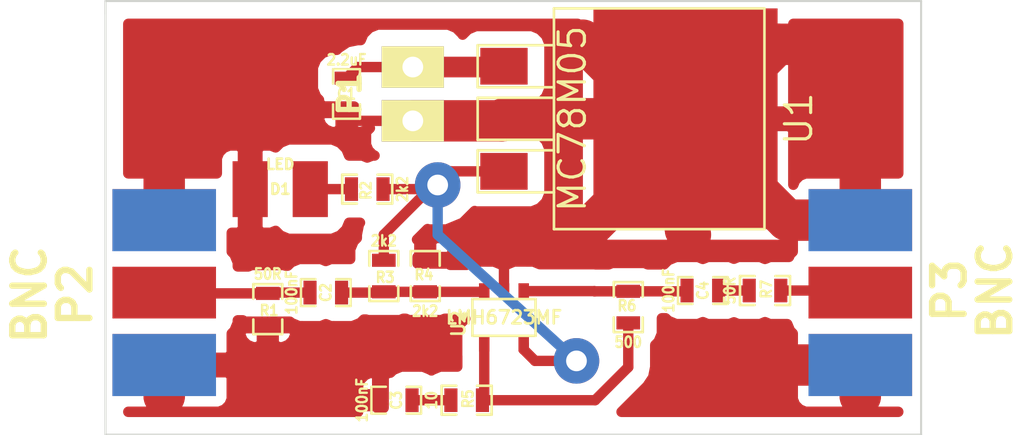
<source format=kicad_pcb>
(kicad_pcb (version 3) (host pcbnew "(2013-may-18)-stable")

  (general
    (links 34)
    (no_connects 2)
    (area 96.1316 65.802688 145.0684 88.315001)
    (thickness 1.6)
    (drawings 6)
    (tracks 72)
    (zones 0)
    (modules 17)
    (nets 12)
  )

  (page A3)
  (layers
    (15 F.Cu signal)
    (0 B.Cu signal)
    (16 B.Adhes user)
    (17 F.Adhes user)
    (18 B.Paste user)
    (19 F.Paste user)
    (20 B.SilkS user)
    (21 F.SilkS user)
    (22 B.Mask user)
    (23 F.Mask user)
    (24 Dwgs.User user)
    (25 Cmts.User user)
    (26 Eco1.User user)
    (27 Eco2.User user)
    (28 Edge.Cuts user)
  )

  (setup
    (last_trace_width 0.254)
    (user_trace_width 0.3)
    (user_trace_width 0.5)
    (user_trace_width 0.8)
    (user_trace_width 1)
    (user_trace_width 2)
    (trace_clearance 0.254)
    (zone_clearance 0.8)
    (zone_45_only yes)
    (trace_min 0.254)
    (segment_width 0.2)
    (edge_width 0.1)
    (via_size 0.889)
    (via_drill 0.635)
    (via_min_size 0.889)
    (via_min_drill 0.508)
    (user_via 2.2 1)
    (uvia_size 0.508)
    (uvia_drill 0.127)
    (uvias_allowed no)
    (uvia_min_size 0.508)
    (uvia_min_drill 0.127)
    (pcb_text_width 0.3)
    (pcb_text_size 1.5 1.5)
    (mod_edge_width 0.15)
    (mod_text_size 1 1)
    (mod_text_width 0.15)
    (pad_size 1.5 1.5)
    (pad_drill 0.6)
    (pad_to_mask_clearance 0)
    (aux_axis_origin 0 0)
    (visible_elements FFFFFFBF)
    (pcbplotparams
      (layerselection 3178497)
      (usegerberextensions false)
      (excludeedgelayer true)
      (linewidth 0.150000)
      (plotframeref false)
      (viasonmask false)
      (mode 1)
      (useauxorigin false)
      (hpglpennumber 1)
      (hpglpenspeed 20)
      (hpglpendiameter 15)
      (hpglpenoverlay 2)
      (psnegative false)
      (psa4output false)
      (plotreference true)
      (plotvalue true)
      (plotothertext true)
      (plotinvisibletext false)
      (padsonsilk false)
      (subtractmaskfromsilk false)
      (outputformat 2)
      (mirror true)
      (drillshape 2)
      (scaleselection 1)
      (outputdirectory /tmp))
  )

  (net 0 "")
  (net 1 GND)
  (net 2 N-0000010)
  (net 3 N-0000011)
  (net 4 N-000004)
  (net 5 N-000005)
  (net 6 N-000006)
  (net 7 N-000007)
  (net 8 N-000008)
  (net 9 N-000009)
  (net 10 VCC)
  (net 11 VDD)

  (net_class Default "This is the default net class."
    (clearance 0.254)
    (trace_width 0.254)
    (via_dia 0.889)
    (via_drill 0.635)
    (uvia_dia 0.508)
    (uvia_drill 0.127)
    (add_net "")
    (add_net GND)
    (add_net N-0000010)
    (add_net N-0000011)
    (add_net N-000004)
    (add_net N-000005)
    (add_net N-000006)
    (add_net N-000007)
    (add_net N-000008)
    (add_net N-000009)
    (add_net VCC)
    (add_net VDD)
  )

  (module Vishay_LED (layer F.Cu) (tedit 50B54A6C) (tstamp 53D3A8DC)
    (at 109.4 76.4 180)
    (path /53D3A92E)
    (fp_text reference D1 (at 0 0 180) (layer F.SilkS)
      (effects (font (size 0.50038 0.50038) (thickness 0.12446)))
    )
    (fp_text value LED (at 0 1.19888 180) (layer F.SilkS)
      (effects (font (size 0.50038 0.50038) (thickness 0.12446)))
    )
    (pad 1 smd rect (at -1.45034 0 180) (size 1.69926 2.70002)
      (layers F.Cu F.Paste F.Mask)
      (net 6 N-000006)
    )
    (pad 2 smd rect (at 1.45034 0 180) (size 1.69926 2.70002)
      (layers F.Cu F.Paste F.Mask)
      (net 1 GND)
    )
  )

  (module SMA_SIDE (layer F.Cu) (tedit 53CD5082) (tstamp 53D3A8F1)
    (at 137.4 81.4 90)
    (path /53D39F3B)
    (fp_text reference P3 (at 0.1 4.3 90) (layer F.SilkS)
      (effects (font (size 1.524 1.524) (thickness 0.3048)))
    )
    (fp_text value BNC (at 0.1 6.5 90) (layer F.SilkS)
      (effects (font (size 1.524 1.524) (thickness 0.3048)))
    )
    (pad 1 smd rect (at 0 0 90) (size 2.5 5)
      (layers F.Cu F.Paste F.Mask)
      (net 5 N-000005)
    )
    (pad 2 smd rect (at -3.5 0 90) (size 3 5)
      (layers B.Cu F.Paste F.Mask)
      (net 1 GND)
    )
    (pad 2 smd rect (at 3.5 0 90) (size 3 5)
      (layers F.Cu F.Paste F.Mask)
      (net 1 GND)
    )
    (pad 2 smd rect (at 3.5 0 90) (size 3 5)
      (layers B.Cu F.Paste F.Mask)
      (net 1 GND)
    )
    (pad 2 smd rect (at -3.5 0 90) (size 3 5)
      (layers F.Cu F.Paste F.Mask)
      (net 1 GND)
    )
  )

  (module SMA_SIDE (layer F.Cu) (tedit 53CD5082) (tstamp 53D3A8FA)
    (at 103.8 81.4 270)
    (path /53D39F2C)
    (fp_text reference P2 (at 0.1 4.3 270) (layer F.SilkS)
      (effects (font (size 1.524 1.524) (thickness 0.3048)))
    )
    (fp_text value BNC (at 0.1 6.5 270) (layer F.SilkS)
      (effects (font (size 1.524 1.524) (thickness 0.3048)))
    )
    (pad 1 smd rect (at 0 0 270) (size 2.5 5)
      (layers F.Cu F.Paste F.Mask)
      (net 2 N-0000010)
    )
    (pad 2 smd rect (at -3.5 0 270) (size 3 5)
      (layers B.Cu F.Paste F.Mask)
      (net 1 GND)
    )
    (pad 2 smd rect (at 3.5 0 270) (size 3 5)
      (layers F.Cu F.Paste F.Mask)
      (net 1 GND)
    )
    (pad 2 smd rect (at 3.5 0 270) (size 3 5)
      (layers B.Cu F.Paste F.Mask)
      (net 1 GND)
    )
    (pad 2 smd rect (at -3.5 0 270) (size 3 5)
      (layers F.Cu F.Paste F.Mask)
      (net 1 GND)
    )
  )

  (module SM0603_Resistor (layer F.Cu) (tedit 5051B21B) (tstamp 53D3A906)
    (at 126.2 82.1 90)
    (path /53D3A2F4)
    (attr smd)
    (fp_text reference R6 (at 0.0635 -0.0635 180) (layer F.SilkS)
      (effects (font (size 0.50038 0.4572) (thickness 0.1143)))
    )
    (fp_text value 500 (at -1.69926 0 180) (layer F.SilkS)
      (effects (font (size 0.508 0.4572) (thickness 0.1143)))
    )
    (fp_line (start -0.50038 -0.6985) (end -1.2065 -0.6985) (layer F.SilkS) (width 0.127))
    (fp_line (start -1.2065 -0.6985) (end -1.2065 0.6985) (layer F.SilkS) (width 0.127))
    (fp_line (start -1.2065 0.6985) (end -0.50038 0.6985) (layer F.SilkS) (width 0.127))
    (fp_line (start 1.2065 -0.6985) (end 0.50038 -0.6985) (layer F.SilkS) (width 0.127))
    (fp_line (start 1.2065 -0.6985) (end 1.2065 0.6985) (layer F.SilkS) (width 0.127))
    (fp_line (start 1.2065 0.6985) (end 0.50038 0.6985) (layer F.SilkS) (width 0.127))
    (pad 1 smd rect (at -0.762 0 90) (size 0.635 1.143)
      (layers F.Cu F.Paste F.Mask)
      (net 8 N-000008)
    )
    (pad 2 smd rect (at 0.762 0 90) (size 0.635 1.143)
      (layers F.Cu F.Paste F.Mask)
      (net 9 N-000009)
    )
    (model smd\resistors\R0603.wrl
      (at (xyz 0 0 0.001))
      (scale (xyz 0.5 0.5 0.5))
      (rotate (xyz 0 0 0))
    )
  )

  (module SM0603_Resistor (layer F.Cu) (tedit 5051B21B) (tstamp 53D3A912)
    (at 118.4 86.6)
    (path /53D3A30F)
    (attr smd)
    (fp_text reference R5 (at 0.0635 -0.0635 90) (layer F.SilkS)
      (effects (font (size 0.50038 0.4572) (thickness 0.1143)))
    )
    (fp_text value 10 (at -1.69926 0 90) (layer F.SilkS)
      (effects (font (size 0.508 0.4572) (thickness 0.1143)))
    )
    (fp_line (start -0.50038 -0.6985) (end -1.2065 -0.6985) (layer F.SilkS) (width 0.127))
    (fp_line (start -1.2065 -0.6985) (end -1.2065 0.6985) (layer F.SilkS) (width 0.127))
    (fp_line (start -1.2065 0.6985) (end -0.50038 0.6985) (layer F.SilkS) (width 0.127))
    (fp_line (start 1.2065 -0.6985) (end 0.50038 -0.6985) (layer F.SilkS) (width 0.127))
    (fp_line (start 1.2065 -0.6985) (end 1.2065 0.6985) (layer F.SilkS) (width 0.127))
    (fp_line (start 1.2065 0.6985) (end 0.50038 0.6985) (layer F.SilkS) (width 0.127))
    (pad 1 smd rect (at -0.762 0) (size 0.635 1.143)
      (layers F.Cu F.Paste F.Mask)
      (net 7 N-000007)
    )
    (pad 2 smd rect (at 0.762 0) (size 0.635 1.143)
      (layers F.Cu F.Paste F.Mask)
      (net 8 N-000008)
    )
    (model smd\resistors\R0603.wrl
      (at (xyz 0 0 0.001))
      (scale (xyz 0.5 0.5 0.5))
      (rotate (xyz 0 0 0))
    )
  )

  (module SM0603_Resistor (layer F.Cu) (tedit 5051B21B) (tstamp 53D3A91E)
    (at 114.4 80.6 270)
    (path /53D3A42C)
    (attr smd)
    (fp_text reference R3 (at 0.0635 -0.0635 360) (layer F.SilkS)
      (effects (font (size 0.50038 0.4572) (thickness 0.1143)))
    )
    (fp_text value 2k2 (at -1.69926 0 360) (layer F.SilkS)
      (effects (font (size 0.508 0.4572) (thickness 0.1143)))
    )
    (fp_line (start -0.50038 -0.6985) (end -1.2065 -0.6985) (layer F.SilkS) (width 0.127))
    (fp_line (start -1.2065 -0.6985) (end -1.2065 0.6985) (layer F.SilkS) (width 0.127))
    (fp_line (start -1.2065 0.6985) (end -0.50038 0.6985) (layer F.SilkS) (width 0.127))
    (fp_line (start 1.2065 -0.6985) (end 0.50038 -0.6985) (layer F.SilkS) (width 0.127))
    (fp_line (start 1.2065 -0.6985) (end 1.2065 0.6985) (layer F.SilkS) (width 0.127))
    (fp_line (start 1.2065 0.6985) (end 0.50038 0.6985) (layer F.SilkS) (width 0.127))
    (pad 1 smd rect (at -0.762 0 270) (size 0.635 1.143)
      (layers F.Cu F.Paste F.Mask)
      (net 11 VDD)
    )
    (pad 2 smd rect (at 0.762 0 270) (size 0.635 1.143)
      (layers F.Cu F.Paste F.Mask)
      (net 3 N-0000011)
    )
    (model smd\resistors\R0603.wrl
      (at (xyz 0 0 0.001))
      (scale (xyz 0.5 0.5 0.5))
      (rotate (xyz 0 0 0))
    )
  )

  (module SM0603_Resistor (layer F.Cu) (tedit 5051B21B) (tstamp 53D3A92A)
    (at 116.4 80.6 90)
    (path /53D3A43B)
    (attr smd)
    (fp_text reference R4 (at 0.0635 -0.0635 180) (layer F.SilkS)
      (effects (font (size 0.50038 0.4572) (thickness 0.1143)))
    )
    (fp_text value 2k2 (at -1.69926 0 180) (layer F.SilkS)
      (effects (font (size 0.508 0.4572) (thickness 0.1143)))
    )
    (fp_line (start -0.50038 -0.6985) (end -1.2065 -0.6985) (layer F.SilkS) (width 0.127))
    (fp_line (start -1.2065 -0.6985) (end -1.2065 0.6985) (layer F.SilkS) (width 0.127))
    (fp_line (start -1.2065 0.6985) (end -0.50038 0.6985) (layer F.SilkS) (width 0.127))
    (fp_line (start 1.2065 -0.6985) (end 0.50038 -0.6985) (layer F.SilkS) (width 0.127))
    (fp_line (start 1.2065 -0.6985) (end 1.2065 0.6985) (layer F.SilkS) (width 0.127))
    (fp_line (start 1.2065 0.6985) (end 0.50038 0.6985) (layer F.SilkS) (width 0.127))
    (pad 1 smd rect (at -0.762 0 90) (size 0.635 1.143)
      (layers F.Cu F.Paste F.Mask)
      (net 3 N-0000011)
    )
    (pad 2 smd rect (at 0.762 0 90) (size 0.635 1.143)
      (layers F.Cu F.Paste F.Mask)
      (net 1 GND)
    )
    (model smd\resistors\R0603.wrl
      (at (xyz 0 0 0.001))
      (scale (xyz 0.5 0.5 0.5))
      (rotate (xyz 0 0 0))
    )
  )

  (module SM0603_Resistor (layer F.Cu) (tedit 5051B21B) (tstamp 53D3A936)
    (at 108.8 82.2 270)
    (path /53D3A556)
    (attr smd)
    (fp_text reference R1 (at 0.0635 -0.0635 360) (layer F.SilkS)
      (effects (font (size 0.50038 0.4572) (thickness 0.1143)))
    )
    (fp_text value 50R (at -1.69926 0 360) (layer F.SilkS)
      (effects (font (size 0.508 0.4572) (thickness 0.1143)))
    )
    (fp_line (start -0.50038 -0.6985) (end -1.2065 -0.6985) (layer F.SilkS) (width 0.127))
    (fp_line (start -1.2065 -0.6985) (end -1.2065 0.6985) (layer F.SilkS) (width 0.127))
    (fp_line (start -1.2065 0.6985) (end -0.50038 0.6985) (layer F.SilkS) (width 0.127))
    (fp_line (start 1.2065 -0.6985) (end 0.50038 -0.6985) (layer F.SilkS) (width 0.127))
    (fp_line (start 1.2065 -0.6985) (end 1.2065 0.6985) (layer F.SilkS) (width 0.127))
    (fp_line (start 1.2065 0.6985) (end 0.50038 0.6985) (layer F.SilkS) (width 0.127))
    (pad 1 smd rect (at -0.762 0 270) (size 0.635 1.143)
      (layers F.Cu F.Paste F.Mask)
      (net 2 N-0000010)
    )
    (pad 2 smd rect (at 0.762 0 270) (size 0.635 1.143)
      (layers F.Cu F.Paste F.Mask)
      (net 1 GND)
    )
    (model smd\resistors\R0603.wrl
      (at (xyz 0 0 0.001))
      (scale (xyz 0.5 0.5 0.5))
      (rotate (xyz 0 0 0))
    )
  )

  (module SM0603_Resistor (layer F.Cu) (tedit 5051B21B) (tstamp 53D3A942)
    (at 132.8 81.3)
    (path /53D3A658)
    (attr smd)
    (fp_text reference R7 (at 0.0635 -0.0635 90) (layer F.SilkS)
      (effects (font (size 0.50038 0.4572) (thickness 0.1143)))
    )
    (fp_text value 50R (at -1.69926 0 90) (layer F.SilkS)
      (effects (font (size 0.508 0.4572) (thickness 0.1143)))
    )
    (fp_line (start -0.50038 -0.6985) (end -1.2065 -0.6985) (layer F.SilkS) (width 0.127))
    (fp_line (start -1.2065 -0.6985) (end -1.2065 0.6985) (layer F.SilkS) (width 0.127))
    (fp_line (start -1.2065 0.6985) (end -0.50038 0.6985) (layer F.SilkS) (width 0.127))
    (fp_line (start 1.2065 -0.6985) (end 0.50038 -0.6985) (layer F.SilkS) (width 0.127))
    (fp_line (start 1.2065 -0.6985) (end 1.2065 0.6985) (layer F.SilkS) (width 0.127))
    (fp_line (start 1.2065 0.6985) (end 0.50038 0.6985) (layer F.SilkS) (width 0.127))
    (pad 1 smd rect (at -0.762 0) (size 0.635 1.143)
      (layers F.Cu F.Paste F.Mask)
      (net 4 N-000004)
    )
    (pad 2 smd rect (at 0.762 0) (size 0.635 1.143)
      (layers F.Cu F.Paste F.Mask)
      (net 5 N-000005)
    )
    (model smd\resistors\R0603.wrl
      (at (xyz 0 0 0.001))
      (scale (xyz 0.5 0.5 0.5))
      (rotate (xyz 0 0 0))
    )
  )

  (module SM0603_Resistor (layer F.Cu) (tedit 5051B21B) (tstamp 53D3A94E)
    (at 113.6 76.4 180)
    (path /53D3A91F)
    (attr smd)
    (fp_text reference R2 (at 0.0635 -0.0635 270) (layer F.SilkS)
      (effects (font (size 0.50038 0.4572) (thickness 0.1143)))
    )
    (fp_text value 2k2 (at -1.69926 0 270) (layer F.SilkS)
      (effects (font (size 0.508 0.4572) (thickness 0.1143)))
    )
    (fp_line (start -0.50038 -0.6985) (end -1.2065 -0.6985) (layer F.SilkS) (width 0.127))
    (fp_line (start -1.2065 -0.6985) (end -1.2065 0.6985) (layer F.SilkS) (width 0.127))
    (fp_line (start -1.2065 0.6985) (end -0.50038 0.6985) (layer F.SilkS) (width 0.127))
    (fp_line (start 1.2065 -0.6985) (end 0.50038 -0.6985) (layer F.SilkS) (width 0.127))
    (fp_line (start 1.2065 -0.6985) (end 1.2065 0.6985) (layer F.SilkS) (width 0.127))
    (fp_line (start 1.2065 0.6985) (end 0.50038 0.6985) (layer F.SilkS) (width 0.127))
    (pad 1 smd rect (at -0.762 0 180) (size 0.635 1.143)
      (layers F.Cu F.Paste F.Mask)
      (net 11 VDD)
    )
    (pad 2 smd rect (at 0.762 0 180) (size 0.635 1.143)
      (layers F.Cu F.Paste F.Mask)
      (net 6 N-000006)
    )
    (model smd\resistors\R0603.wrl
      (at (xyz 0 0 0.001))
      (scale (xyz 0.5 0.5 0.5))
      (rotate (xyz 0 0 0))
    )
  )

  (module SM0603_Capa (layer F.Cu) (tedit 5051B1EC) (tstamp 53D3A95A)
    (at 115 86.6)
    (path /53D3A31E)
    (attr smd)
    (fp_text reference C3 (at 0 0 90) (layer F.SilkS)
      (effects (font (size 0.508 0.4572) (thickness 0.1143)))
    )
    (fp_text value 100nF (at -1.651 0 90) (layer F.SilkS)
      (effects (font (size 0.508 0.4572) (thickness 0.1143)))
    )
    (fp_line (start 0.50038 0.65024) (end 1.19888 0.65024) (layer F.SilkS) (width 0.11938))
    (fp_line (start -0.50038 0.65024) (end -1.19888 0.65024) (layer F.SilkS) (width 0.11938))
    (fp_line (start 0.50038 -0.65024) (end 1.19888 -0.65024) (layer F.SilkS) (width 0.11938))
    (fp_line (start -1.19888 -0.65024) (end -0.50038 -0.65024) (layer F.SilkS) (width 0.11938))
    (fp_line (start 1.19888 -0.635) (end 1.19888 0.635) (layer F.SilkS) (width 0.11938))
    (fp_line (start -1.19888 0.635) (end -1.19888 -0.635) (layer F.SilkS) (width 0.11938))
    (pad 1 smd rect (at -0.762 0) (size 0.635 1.143)
      (layers F.Cu F.Paste F.Mask)
      (net 1 GND)
    )
    (pad 2 smd rect (at 0.762 0) (size 0.635 1.143)
      (layers F.Cu F.Paste F.Mask)
      (net 7 N-000007)
    )
    (model smd\capacitors\C0603.wrl
      (at (xyz 0 0 0.001))
      (scale (xyz 0.5 0.5 0.5))
      (rotate (xyz 0 0 0))
    )
  )

  (module SM0603_Capa (layer F.Cu) (tedit 5051B1EC) (tstamp 53D3A966)
    (at 111.6 81.4)
    (path /53D3A51E)
    (attr smd)
    (fp_text reference C2 (at 0 0 90) (layer F.SilkS)
      (effects (font (size 0.508 0.4572) (thickness 0.1143)))
    )
    (fp_text value 100nF (at -1.651 0 90) (layer F.SilkS)
      (effects (font (size 0.508 0.4572) (thickness 0.1143)))
    )
    (fp_line (start 0.50038 0.65024) (end 1.19888 0.65024) (layer F.SilkS) (width 0.11938))
    (fp_line (start -0.50038 0.65024) (end -1.19888 0.65024) (layer F.SilkS) (width 0.11938))
    (fp_line (start 0.50038 -0.65024) (end 1.19888 -0.65024) (layer F.SilkS) (width 0.11938))
    (fp_line (start -1.19888 -0.65024) (end -0.50038 -0.65024) (layer F.SilkS) (width 0.11938))
    (fp_line (start 1.19888 -0.635) (end 1.19888 0.635) (layer F.SilkS) (width 0.11938))
    (fp_line (start -1.19888 0.635) (end -1.19888 -0.635) (layer F.SilkS) (width 0.11938))
    (pad 1 smd rect (at -0.762 0) (size 0.635 1.143)
      (layers F.Cu F.Paste F.Mask)
      (net 2 N-0000010)
    )
    (pad 2 smd rect (at 0.762 0) (size 0.635 1.143)
      (layers F.Cu F.Paste F.Mask)
      (net 3 N-0000011)
    )
    (model smd\capacitors\C0603.wrl
      (at (xyz 0 0 0.001))
      (scale (xyz 0.5 0.5 0.5))
      (rotate (xyz 0 0 0))
    )
  )

  (module SM0603_Capa (layer F.Cu) (tedit 5051B1EC) (tstamp 53D3A972)
    (at 129.8 81.3)
    (path /53D3A649)
    (attr smd)
    (fp_text reference C4 (at 0 0 90) (layer F.SilkS)
      (effects (font (size 0.508 0.4572) (thickness 0.1143)))
    )
    (fp_text value 100nF (at -1.651 0 90) (layer F.SilkS)
      (effects (font (size 0.508 0.4572) (thickness 0.1143)))
    )
    (fp_line (start 0.50038 0.65024) (end 1.19888 0.65024) (layer F.SilkS) (width 0.11938))
    (fp_line (start -0.50038 0.65024) (end -1.19888 0.65024) (layer F.SilkS) (width 0.11938))
    (fp_line (start 0.50038 -0.65024) (end 1.19888 -0.65024) (layer F.SilkS) (width 0.11938))
    (fp_line (start -1.19888 -0.65024) (end -0.50038 -0.65024) (layer F.SilkS) (width 0.11938))
    (fp_line (start 1.19888 -0.635) (end 1.19888 0.635) (layer F.SilkS) (width 0.11938))
    (fp_line (start -1.19888 0.635) (end -1.19888 -0.635) (layer F.SilkS) (width 0.11938))
    (pad 1 smd rect (at -0.762 0) (size 0.635 1.143)
      (layers F.Cu F.Paste F.Mask)
      (net 9 N-000009)
    )
    (pad 2 smd rect (at 0.762 0) (size 0.635 1.143)
      (layers F.Cu F.Paste F.Mask)
      (net 4 N-000004)
    )
    (model smd\capacitors\C0603.wrl
      (at (xyz 0 0 0.001))
      (scale (xyz 0.5 0.5 0.5))
      (rotate (xyz 0 0 0))
    )
  )

  (module SM0603_Capa (layer F.Cu) (tedit 5051B1EC) (tstamp 53D3A97E)
    (at 112.6 71.8 270)
    (path /53D3A814)
    (attr smd)
    (fp_text reference C1 (at 0 0 360) (layer F.SilkS)
      (effects (font (size 0.508 0.4572) (thickness 0.1143)))
    )
    (fp_text value 2.2uF (at -1.651 0 360) (layer F.SilkS)
      (effects (font (size 0.508 0.4572) (thickness 0.1143)))
    )
    (fp_line (start 0.50038 0.65024) (end 1.19888 0.65024) (layer F.SilkS) (width 0.11938))
    (fp_line (start -0.50038 0.65024) (end -1.19888 0.65024) (layer F.SilkS) (width 0.11938))
    (fp_line (start 0.50038 -0.65024) (end 1.19888 -0.65024) (layer F.SilkS) (width 0.11938))
    (fp_line (start -1.19888 -0.65024) (end -0.50038 -0.65024) (layer F.SilkS) (width 0.11938))
    (fp_line (start 1.19888 -0.635) (end 1.19888 0.635) (layer F.SilkS) (width 0.11938))
    (fp_line (start -1.19888 0.635) (end -1.19888 -0.635) (layer F.SilkS) (width 0.11938))
    (pad 1 smd rect (at -0.762 0 270) (size 0.635 1.143)
      (layers F.Cu F.Paste F.Mask)
      (net 10 VCC)
    )
    (pad 2 smd rect (at 0.762 0 270) (size 0.635 1.143)
      (layers F.Cu F.Paste F.Mask)
      (net 1 GND)
    )
    (model smd\capacitors\C0603.wrl
      (at (xyz 0 0 0.001))
      (scale (xyz 0.5 0.5 0.5))
      (rotate (xyz 0 0 0))
    )
  )

  (module DPAK3 (layer F.Cu) (tedit 42808881) (tstamp 53D3A993)
    (at 120.2 73 270)
    (tags "CMS DPACK")
    (path /53D3A750)
    (fp_text reference U1 (at 0 -14.224 270) (layer F.SilkS)
      (effects (font (size 1.27 1.27) (thickness 0.1524)))
    )
    (fp_text value MC78M05 (at 0 -3.302 270) (layer F.SilkS)
      (effects (font (size 1.27 1.27) (thickness 0.1524)))
    )
    (fp_line (start 1.524 -2.413) (end 1.524 1.27) (layer F.SilkS) (width 0.127))
    (fp_line (start 1.524 1.27) (end 3.556 1.27) (layer F.SilkS) (width 0.127))
    (fp_line (start 3.556 1.27) (end 3.556 -2.413) (layer F.SilkS) (width 0.127))
    (fp_line (start -1.016 -2.413) (end -1.016 1.27) (layer F.SilkS) (width 0.127))
    (fp_line (start -1.016 1.27) (end 1.016 1.27) (layer F.SilkS) (width 0.127))
    (fp_line (start 1.016 1.27) (end 1.016 -2.413) (layer F.SilkS) (width 0.127))
    (fp_line (start -3.556 -2.413) (end -3.556 1.27) (layer F.SilkS) (width 0.127))
    (fp_line (start -3.556 1.27) (end -1.524 1.27) (layer F.SilkS) (width 0.127))
    (fp_line (start -1.524 1.27) (end -1.524 -2.413) (layer F.SilkS) (width 0.127))
    (fp_line (start -5.334 -2.413) (end 5.334 -2.413) (layer F.SilkS) (width 0.127))
    (fp_line (start 5.334 -2.413) (end 5.334 -12.573) (layer F.SilkS) (width 0.127))
    (fp_line (start 5.334 -12.573) (end -5.334 -12.573) (layer F.SilkS) (width 0.127))
    (fp_line (start -5.334 -12.573) (end -5.334 -2.413) (layer F.SilkS) (width 0.127))
    (pad 2 smd rect (at 0 -8.763 270) (size 10.668 8.89)
      (layers F.Cu F.Paste F.Mask)
      (net 1 GND)
    )
    (pad 2 smd rect (at 0 0 270) (size 1.778 2.286)
      (layers F.Cu F.Paste F.Mask)
      (net 1 GND)
    )
    (pad 1 smd rect (at -2.54 0 270) (size 1.778 2.286)
      (layers F.Cu F.Paste F.Mask)
      (net 10 VCC)
    )
    (pad 3 smd rect (at 2.54 0 270) (size 1.778 2.286)
      (layers F.Cu F.Paste F.Mask)
      (net 11 VDD)
    )
    (model smd/dpack_3.wrl
      (at (xyz 0 0 0))
      (scale (xyz 1 1 1))
      (rotate (xyz 0 0 0))
    )
  )

  (module 2pin_2.54mm (layer F.Cu) (tedit 516095F4) (tstamp 53D3A999)
    (at 115.8 71.8 90)
    (descr "module 1 pin (ou trou mecanique de percage)")
    (tags DEV)
    (path /53D3A8A1)
    (fp_text reference P1 (at 0 -3.048 90) (layer F.SilkS)
      (effects (font (size 1.016 1.016) (thickness 0.254)))
    )
    (fp_text value CONN_2 (at 0 2.794 90) (layer F.SilkS) hide
      (effects (font (size 1.016 1.016) (thickness 0.254)))
    )
    (pad 1 thru_hole rect (at -1.30048 0 90) (size 2 3) (drill 1.00076)
      (layers *.Cu *.Mask F.SilkS)
      (net 1 GND)
    )
    (pad 2 thru_hole rect (at 1.30048 0 270) (size 2 3) (drill 1.00076)
      (layers *.Cu *.Mask F.SilkS)
      (net 10 VCC)
    )
  )

  (module SOT23-5 (layer F.Cu) (tedit 4ECF78EF) (tstamp 53D3A8E8)
    (at 120.2 82.6 180)
    (path /53D3AE83)
    (attr smd)
    (fp_text reference U2 (at 2.19964 -0.29972 270) (layer F.SilkS)
      (effects (font (size 0.635 0.635) (thickness 0.127)))
    )
    (fp_text value LMH6723MF (at 0 0 180) (layer F.SilkS)
      (effects (font (size 0.635 0.635) (thickness 0.127)))
    )
    (fp_line (start 1.524 -0.889) (end 1.524 0.889) (layer F.SilkS) (width 0.127))
    (fp_line (start 1.524 0.889) (end -1.524 0.889) (layer F.SilkS) (width 0.127))
    (fp_line (start -1.524 0.889) (end -1.524 -0.889) (layer F.SilkS) (width 0.127))
    (fp_line (start -1.524 -0.889) (end 1.524 -0.889) (layer F.SilkS) (width 0.127))
    (pad 1 smd rect (at -0.9525 1.27 180) (size 0.508 0.762)
      (layers F.Cu F.Paste F.Mask)
      (net 9 N-000009)
    )
    (pad 3 smd rect (at 0.9525 1.27 180) (size 0.508 0.762)
      (layers F.Cu F.Paste F.Mask)
      (net 3 N-0000011)
    )
    (pad 5 smd rect (at -0.9525 -1.27 180) (size 0.508 0.762)
      (layers F.Cu F.Paste F.Mask)
      (net 11 VDD)
    )
    (pad 2 smd rect (at 0 1.27 180) (size 0.508 0.762)
      (layers F.Cu F.Paste F.Mask)
      (net 1 GND)
    )
    (pad 4 smd rect (at 0.9525 -1.27 180) (size 0.508 0.762)
      (layers F.Cu F.Paste F.Mask)
      (net 8 N-000008)
    )
    (model smd/SOT23_5.wrl
      (at (xyz 0 0 0))
      (scale (xyz 0.1 0.1 0.1))
      (rotate (xyz 0 0 0))
    )
  )

  (gr_line (start 100.965 67.945) (end 100.965 67.31) (angle 90) (layer Edge.Cuts) (width 0.1))
  (gr_line (start 100.965 67.31) (end 100.965 67.945) (angle 90) (layer Edge.Cuts) (width 0.1))
  (gr_line (start 140.335 67.31) (end 100.965 67.31) (angle 90) (layer Edge.Cuts) (width 0.1))
  (gr_line (start 140.335 88.265) (end 140.335 67.31) (angle 90) (layer Edge.Cuts) (width 0.1))
  (gr_line (start 100.965 88.265) (end 140.335 88.265) (angle 90) (layer Edge.Cuts) (width 0.1))
  (gr_line (start 100.965 67.945) (end 100.965 88.265) (angle 90) (layer Edge.Cuts) (width 0.1))

  (segment (start 120.2 81.33) (end 120.2 79.8) (width 0.5) (layer F.Cu) (net 1))
  (segment (start 137.4 84.9) (end 137.4 86.4) (width 2) (layer F.Cu) (net 1))
  (segment (start 137.4 86.4) (end 137.4 84.9) (width 2) (layer F.Cu) (net 1) (tstamp 53D3B083))
  (segment (start 137.4 77.9) (end 137.4 75.8) (width 2) (layer F.Cu) (net 1))
  (segment (start 137.4 84.9) (end 133.7 84.9) (width 2) (layer F.Cu) (net 1))
  (segment (start 133.7 84.9) (end 133.6 85) (width 2) (layer F.Cu) (net 1) (tstamp 53D3B07A))
  (segment (start 103.8 84.9) (end 103.8 86.4) (width 2) (layer F.Cu) (net 1))
  (segment (start 103.8 86.4) (end 103.8 84.9) (width 2) (layer F.Cu) (net 1) (tstamp 53D3B079))
  (segment (start 103.8 77.9) (end 103.8 75.4) (width 2) (layer F.Cu) (net 1))
  (segment (start 103.8 75.4) (end 104 75.2) (width 2) (layer F.Cu) (net 1) (tstamp 53D3B075))
  (segment (start 128.963 73) (end 128.963 73.637) (width 2) (layer F.Cu) (net 1))
  (segment (start 128.963 73.637) (end 124.4 78.2) (width 2) (layer F.Cu) (net 1) (tstamp 53D3B057))
  (segment (start 128.963 73) (end 127.8 73) (width 2) (layer F.Cu) (net 1))
  (segment (start 127.8 73) (end 124 69.2) (width 2) (layer F.Cu) (net 1) (tstamp 53D3B053))
  (segment (start 128.963 73) (end 128.963 78.363) (width 2) (layer F.Cu) (net 1))
  (segment (start 128.963 78.363) (end 129.2 78.6) (width 2) (layer F.Cu) (net 1) (tstamp 53D3B049))
  (segment (start 137.4 77.9) (end 133.863 77.9) (width 2) (layer F.Cu) (net 1))
  (segment (start 133.863 77.9) (end 128.963 73) (width 2) (layer F.Cu) (net 1) (tstamp 53D3B045))
  (segment (start 128.963 73) (end 129.8 73) (width 2) (layer F.Cu) (net 1))
  (segment (start 133.4 69.4) (end 134.6 69.4) (width 2) (layer F.Cu) (net 1) (tstamp 53D3B042))
  (segment (start 129.8 73) (end 133.4 69.4) (width 2) (layer F.Cu) (net 1) (tstamp 53D3B041))
  (segment (start 115.8 73.10048) (end 120.09952 73.10048) (width 2) (layer F.Cu) (net 1))
  (segment (start 120.09952 73.10048) (end 120.2 73) (width 2) (layer F.Cu) (net 1) (tstamp 53D3AE86))
  (segment (start 120.2 73) (end 128.963 73) (width 2) (layer F.Cu) (net 1))
  (segment (start 115.8 73.10048) (end 113.13848 73.10048) (width 0.5) (layer F.Cu) (net 1))
  (segment (start 113.13848 73.10048) (end 112.6 72.562) (width 0.5) (layer F.Cu) (net 1) (tstamp 53D3AE5D))
  (segment (start 108.8 81.438) (end 103.838 81.438) (width 0.5) (layer F.Cu) (net 2))
  (segment (start 103.838 81.438) (end 103.8 81.4) (width 0.5) (layer F.Cu) (net 2) (tstamp 53D3AEBF))
  (segment (start 110.838 81.4) (end 108.838 81.4) (width 0.5) (layer F.Cu) (net 2))
  (segment (start 108.838 81.4) (end 108.8 81.438) (width 0.5) (layer F.Cu) (net 2) (tstamp 53D3AEBC))
  (segment (start 112.362 81.4) (end 114.362 81.4) (width 0.5) (layer F.Cu) (net 3))
  (segment (start 114.362 81.4) (end 114.4 81.362) (width 0.5) (layer F.Cu) (net 3) (tstamp 53D3AEB9))
  (segment (start 116.4 81.362) (end 114.4 81.362) (width 0.5) (layer F.Cu) (net 3))
  (segment (start 116.4 81.362) (end 119.2155 81.362) (width 0.5) (layer F.Cu) (net 3))
  (segment (start 119.2155 81.362) (end 119.2475 81.33) (width 0.5) (layer F.Cu) (net 3) (tstamp 53D3AEB4))
  (segment (start 130.562 81.3) (end 132.038 81.3) (width 0.5) (layer F.Cu) (net 4))
  (segment (start 133.562 81.3) (end 137.3 81.3) (width 0.5) (layer F.Cu) (net 5))
  (segment (start 137.3 81.3) (end 137.4 81.4) (width 0.5) (layer F.Cu) (net 5) (tstamp 53D3AE1F))
  (segment (start 112.838 76.4) (end 110.85034 76.4) (width 0.5) (layer F.Cu) (net 6))
  (segment (start 115.762 86.6) (end 117.638 86.6) (width 0.5) (layer F.Cu) (net 7))
  (segment (start 126.2 82.862) (end 126.2 85) (width 0.5) (layer F.Cu) (net 8))
  (segment (start 126.162 85.038) (end 124.6 86.6) (width 0.5) (layer F.Cu) (net 8) (tstamp 53D3ADD3))
  (segment (start 124.6 86.6) (end 119.162 86.6) (width 0.5) (layer F.Cu) (net 8) (tstamp 53D3ADD4))
  (segment (start 126.2 85) (end 126.162 85.038) (width 0.5) (layer F.Cu) (net 8) (tstamp 53D3AE15))
  (segment (start 119.2475 83.87) (end 119.2475 86.5145) (width 0.5) (layer F.Cu) (net 8))
  (segment (start 119.2475 86.5145) (end 119.162 86.6) (width 0.5) (layer F.Cu) (net 8) (tstamp 53D3ADE6))
  (segment (start 126.2 81.338) (end 129 81.338) (width 0.5) (layer F.Cu) (net 9))
  (segment (start 129 81.338) (end 129.038 81.3) (width 0.5) (layer F.Cu) (net 9) (tstamp 53D3AE1A))
  (segment (start 128.976 81.238) (end 129.038 81.3) (width 0.5) (layer F.Cu) (net 9) (tstamp 53D3AE12))
  (segment (start 126.2 81.338) (end 124.576 81.338) (width 0.5) (layer F.Cu) (net 9))
  (segment (start 124.568 81.33) (end 121.1525 81.33) (width 0.5) (layer F.Cu) (net 9))
  (segment (start 124.576 81.338) (end 124.568 81.33) (width 0.5) (layer F.Cu) (net 9) (tstamp 53D3AE0F))
  (segment (start 115.8 70.49952) (end 113.13848 70.49952) (width 0.5) (layer F.Cu) (net 10))
  (segment (start 113.13848 70.49952) (end 112.6 71.038) (width 0.5) (layer F.Cu) (net 10) (tstamp 53D3AE5A))
  (segment (start 115.8 70.49952) (end 120.16048 70.49952) (width 1) (layer F.Cu) (net 10))
  (segment (start 120.16048 70.49952) (end 120.2 70.46) (width 0.5) (layer F.Cu) (net 10) (tstamp 53D3AE50))
  (segment (start 114.362 76.4) (end 116.8 76.4) (width 0.5) (layer F.Cu) (net 11))
  (segment (start 116.8 76.4) (end 117 76.2) (width 0.5) (layer F.Cu) (net 11) (tstamp 53D3AE45))
  (segment (start 114.4 79.838) (end 114.4 78.6) (width 0.5) (layer F.Cu) (net 11))
  (segment (start 116.8 76.2) (end 117 76.2) (width 0.5) (layer F.Cu) (net 11) (tstamp 53D3AE41))
  (segment (start 114.4 78.6) (end 116.8 76.2) (width 0.5) (layer F.Cu) (net 11) (tstamp 53D3AE3F))
  (segment (start 114.362 79.8) (end 114.4 79.838) (width 0.5) (layer F.Cu) (net 11) (tstamp 53D3AE39))
  (segment (start 121.1525 83.87) (end 121.1525 84.1525) (width 0.5) (layer F.Cu) (net 11))
  (segment (start 121.1525 84.1525) (end 121.7 84.7) (width 0.5) (layer F.Cu) (net 11) (tstamp 53D3ADCE))
  (via (at 123.7 84.7) (size 2.2) (drill 1) (layers F.Cu B.Cu) (net 11))
  (segment (start 123.7 84.7) (end 117 78.6) (width 0.5) (layer B.Cu) (net 11) (tstamp 53D3AD92))
  (segment (start 117 78.6) (end 117 76.2) (width 0.5) (layer B.Cu) (net 11) (tstamp 53D3AD93))
  (via (at 117 76.2) (size 2.2) (drill 1) (layers F.Cu B.Cu) (net 11))
  (segment (start 121.7 84.7) (end 123.7 84.7) (width 0.5) (layer F.Cu) (net 11) (tstamp 53D3ADD0))
  (segment (start 117.66 75.54) (end 120.2 75.54) (width 0.5) (layer F.Cu) (net 11) (tstamp 53D3AD97))
  (segment (start 117 76.2) (end 117.66 75.54) (width 0.5) (layer F.Cu) (net 11) (tstamp 53D3AD96))
  (segment (start 121.1525 83.87) (end 121.1525 84.1525) (width 0.5) (layer F.Cu) (net 11))

  (zone (net 1) (net_name GND) (layer F.Cu) (tstamp 53D3AF5E) (hatch edge 0.508)
    (connect_pads (clearance 0.8))
    (min_thickness 0.5)
    (fill (arc_segments 16) (thermal_gap 0.508) (thermal_bridge_width 1.2))
    (polygon
      (pts
        (xy 140.335 88.265) (xy 100.965 88.265) (xy 100.965 67.31) (xy 140.335 67.31)
      )
    )
    (filled_polygon
      (pts
        (xy 116.17 73.45048) (xy 116.15 73.45048) (xy 116.15 73.47048) (xy 115.45 73.47048) (xy 115.45 73.45048)
        (xy 115.43 73.45048) (xy 115.43 72.75048) (xy 115.45 72.75048) (xy 115.45 72.73048) (xy 116.15 72.73048)
        (xy 116.15 72.75048) (xy 116.17 72.75048) (xy 116.17 73.45048)
      )
    )
    (filled_polygon
      (pts
        (xy 118.335724 82.662) (xy 118.103873 82.893446) (xy 117.943684 83.279226) (xy 117.943319 83.696941) (xy 117.943319 84.458941)
        (xy 117.9475 84.469059) (xy 117.9475 84.978493) (xy 117.747559 84.978319) (xy 117.112559 84.978319) (xy 116.726501 85.137835)
        (xy 116.700213 85.164076) (xy 116.675054 85.138873) (xy 116.289274 84.978684) (xy 115.871559 84.978319) (xy 115.236559 84.978319)
        (xy 114.850501 85.137835) (xy 114.714186 85.273911) (xy 114.705614 85.270369) (xy 114.58625 85.2705) (xy 114.39675 85.46)
        (xy 114.39675 85.81375) (xy 114.394684 85.818726) (xy 114.394319 86.236441) (xy 114.394319 86.97) (xy 114.07925 86.97)
        (xy 114.07925 86.88575) (xy 114.07925 86.31425) (xy 114.07925 85.46) (xy 113.88975 85.2705) (xy 113.770386 85.270369)
        (xy 113.491689 85.385524) (xy 113.278274 85.598567) (xy 113.162632 85.877063) (xy 113.162369 86.178614) (xy 113.1625 86.12475)
        (xy 113.352 86.31425) (xy 114.07925 86.31425) (xy 114.07925 86.88575) (xy 113.352 86.88575) (xy 113.1625 87.07525)
        (xy 113.162369 87.021386) (xy 113.162494 87.165) (xy 110.129631 87.165) (xy 110.129631 83.429614) (xy 110.1295 83.31025)
        (xy 109.94 83.12075) (xy 109.08575 83.12075) (xy 109.08575 83.848) (xy 109.27525 84.0375) (xy 109.221386 84.037631)
        (xy 109.522937 84.037368) (xy 109.801433 83.921726) (xy 110.014476 83.708311) (xy 110.129631 83.429614) (xy 110.129631 87.165)
        (xy 108.51425 87.165) (xy 108.51425 83.848) (xy 108.51425 83.12075) (xy 107.66 83.12075) (xy 107.4705 83.31025)
        (xy 107.470369 83.429614) (xy 107.585524 83.708311) (xy 107.798567 83.921726) (xy 108.077063 84.037368) (xy 108.378614 84.037631)
        (xy 108.32475 84.0375) (xy 108.51425 83.848) (xy 108.51425 87.165) (xy 107.058131 87.165) (xy 107.058131 86.550114)
        (xy 107.058 85.4395) (xy 106.8685 85.25) (xy 104.15 85.25) (xy 104.15 86.9685) (xy 104.3395 87.158)
        (xy 106.149886 87.158131) (xy 106.451437 87.157868) (xy 106.729933 87.042226) (xy 106.942976 86.828811) (xy 107.058131 86.550114)
        (xy 107.058131 87.165) (xy 102.065 87.165) (xy 102.065 87.158086) (xy 103.2605 87.158) (xy 103.45 86.9685)
        (xy 103.45 85.25) (xy 103.43 85.25) (xy 103.43 84.55) (xy 103.45 84.55) (xy 103.45 84.53)
        (xy 104.15 84.53) (xy 104.15 84.55) (xy 106.8685 84.55) (xy 107.058 84.3605) (xy 107.058116 83.376834)
        (xy 107.189627 83.245554) (xy 107.349816 82.859774) (xy 107.349922 82.738) (xy 107.59475 82.738) (xy 107.66 82.80325)
        (xy 108.01375 82.80325) (xy 108.018726 82.805316) (xy 108.436441 82.805681) (xy 109.579441 82.805681) (xy 109.585324 82.80325)
        (xy 109.86717 82.80325) (xy 109.924946 82.861127) (xy 110.310726 83.021316) (xy 110.728441 83.021681) (xy 111.363441 83.021681)
        (xy 111.600105 82.923893) (xy 111.834726 83.021316) (xy 112.252441 83.021681) (xy 112.887441 83.021681) (xy 113.273499 82.862165)
        (xy 113.435948 82.7) (xy 113.548124 82.7) (xy 113.618726 82.729316) (xy 114.036441 82.729681) (xy 115.179441 82.729681)
        (xy 115.343241 82.662) (xy 115.45661 82.662) (xy 115.618726 82.729316) (xy 116.036441 82.729681) (xy 117.179441 82.729681)
        (xy 117.343241 82.662) (xy 118.335724 82.662)
      )
    )
    (filled_polygon
      (pts
        (xy 139.235 75.641906) (xy 137.9395 75.642) (xy 137.75 75.8315) (xy 137.75 77.55) (xy 137.77 77.55)
        (xy 137.77 78.25) (xy 137.75 78.25) (xy 137.75 78.27) (xy 137.05 78.27) (xy 137.05 78.25)
        (xy 137.03 78.25) (xy 137.03 77.55) (xy 137.05 77.55) (xy 137.05 75.8315) (xy 136.8605 75.642)
        (xy 135.050114 75.641869) (xy 134.748563 75.642132) (xy 134.470067 75.757774) (xy 134.257024 75.971189) (xy 134.16607 76.191314)
        (xy 134.166 73.5395) (xy 133.9765 73.35) (xy 129.313 73.35) (xy 129.313 78.9025) (xy 129.5025 79.092)
        (xy 133.257886 79.092131) (xy 133.559437 79.091868) (xy 133.837933 78.976226) (xy 134.050976 78.762811) (xy 134.141987 78.542545)
        (xy 134.141883 79.423165) (xy 134.010373 79.554446) (xy 133.958832 79.67857) (xy 133.671559 79.678319) (xy 133.036559 79.678319)
        (xy 132.799894 79.776106) (xy 132.565274 79.678684) (xy 132.147559 79.678319) (xy 131.512559 79.678319) (xy 131.299954 79.766165)
        (xy 131.089274 79.678684) (xy 130.671559 79.678319) (xy 130.036559 79.678319) (xy 129.799894 79.776106) (xy 129.565274 79.678684)
        (xy 129.147559 79.678319) (xy 128.613 79.678319) (xy 128.613 78.9025) (xy 128.613 73.35) (xy 123.9495 73.35)
        (xy 123.76 73.5395) (xy 123.759869 78.484114) (xy 123.875024 78.762811) (xy 124.088067 78.976226) (xy 124.366563 79.091868)
        (xy 124.668114 79.092131) (xy 128.4235 79.092) (xy 128.613 78.9025) (xy 128.613 79.678319) (xy 128.512559 79.678319)
        (xy 128.126501 79.837835) (xy 127.925985 80.038) (xy 127.143389 80.038) (xy 126.981274 79.970684) (xy 126.563559 79.970319)
        (xy 125.420559 79.970319) (xy 125.256758 80.038) (xy 124.608218 80.038) (xy 124.568 80.03) (xy 121.931315 80.03)
        (xy 121.616274 79.899184) (xy 121.198559 79.898819) (xy 120.690559 79.898819) (xy 120.304501 80.058335) (xy 120.200076 80.162576)
        (xy 120.097054 80.059373) (xy 119.711274 79.899184) (xy 119.293559 79.898819) (xy 118.785559 79.898819) (xy 118.399501 80.058335)
        (xy 118.395829 80.062) (xy 117.729631 80.062) (xy 117.729631 79.370386) (xy 117.614476 79.091689) (xy 117.401433 78.878274)
        (xy 117.122937 78.762632) (xy 116.821386 78.762369) (xy 116.87525 78.7625) (xy 116.68575 78.952) (xy 116.68575 79.67925)
        (xy 117.54 79.67925) (xy 117.7295 79.48975) (xy 117.729631 79.370386) (xy 117.729631 80.062) (xy 117.60525 80.062)
        (xy 117.54 79.99675) (xy 117.186249 79.99675) (xy 117.181274 79.994684) (xy 116.763559 79.994319) (xy 116.03 79.994319)
        (xy 116.03 79.67925) (xy 116.11425 79.67925) (xy 116.11425 78.952) (xy 116.000363 78.838113) (xy 116.512796 78.325681)
        (xy 116.570462 78.349626) (xy 117.425785 78.350372) (xy 118.216286 78.023744) (xy 118.787153 77.453872) (xy 118.847226 77.478816)
        (xy 119.264941 77.479181) (xy 121.550941 77.479181) (xy 121.936999 77.319665) (xy 122.232627 77.024554) (xy 122.392816 76.638774)
        (xy 122.393181 76.221059) (xy 122.393181 74.443059) (xy 122.233665 74.057001) (xy 122.1011 73.924204) (xy 122.101 73.5395)
        (xy 121.9115 73.35) (xy 120.55 73.35) (xy 120.55 73.37) (xy 119.85 73.37) (xy 119.85 73.35)
        (xy 119.83 73.35) (xy 119.83 72.65) (xy 119.85 72.65) (xy 119.85 72.63) (xy 120.55 72.63)
        (xy 120.55 72.65) (xy 121.9115 72.65) (xy 122.101 72.4605) (xy 122.1011 72.07585) (xy 122.232627 71.944554)
        (xy 122.392816 71.558774) (xy 122.393181 71.141059) (xy 122.393181 69.363059) (xy 122.233665 68.977001) (xy 121.938554 68.681373)
        (xy 121.552774 68.521184) (xy 121.135059 68.520819) (xy 118.849059 68.520819) (xy 118.463001 68.680335) (xy 118.204318 68.938565)
        (xy 118.190665 68.905521) (xy 117.895554 68.609893) (xy 117.509774 68.449704) (xy 117.092059 68.449339) (xy 114.092059 68.449339)
        (xy 113.706001 68.608855) (xy 113.410373 68.903966) (xy 113.287648 69.19952) (xy 113.13848 69.19952) (xy 113.138479 69.19952)
        (xy 113.039522 69.219204) (xy 112.640992 69.298477) (xy 112.219241 69.580281) (xy 112.219238 69.580284) (xy 112.129203 69.670319)
        (xy 111.820559 69.670319) (xy 111.434501 69.829835) (xy 111.138873 70.124946) (xy 110.978684 70.510726) (xy 110.978319 70.928441)
        (xy 110.978319 71.563441) (xy 111.137835 71.949499) (xy 111.273911 72.085813) (xy 111.270369 72.094386) (xy 111.2705 72.21375)
        (xy 111.46 72.40325) (xy 111.81375 72.40325) (xy 111.818726 72.405316) (xy 112.236441 72.405681) (xy 112.97 72.405681)
        (xy 112.97 72.72075) (xy 112.88575 72.72075) (xy 112.88575 73.448) (xy 113.07525 73.6375) (xy 113.021386 73.637631)
        (xy 113.322937 73.637368) (xy 113.601433 73.521726) (xy 113.672552 73.450482) (xy 113.731498 73.450482) (xy 113.542 73.63998)
        (xy 113.541869 74.250594) (xy 113.657024 74.529291) (xy 113.870067 74.742706) (xy 113.955832 74.778319) (xy 113.836559 74.778319)
        (xy 113.599894 74.876106) (xy 113.365274 74.778684) (xy 112.947559 74.778319) (xy 112.723818 74.778319) (xy 112.590635 74.455991)
        (xy 112.31425 74.179121) (xy 112.31425 73.448) (xy 112.31425 72.72075) (xy 111.46 72.72075) (xy 111.2705 72.91025)
        (xy 111.270369 73.029614) (xy 111.385524 73.308311) (xy 111.598567 73.521726) (xy 111.877063 73.637368) (xy 112.178614 73.637631)
        (xy 112.12475 73.6375) (xy 112.31425 73.448) (xy 112.31425 74.179121) (xy 112.295524 74.160363) (xy 111.909744 74.000174)
        (xy 111.492029 73.999809) (xy 109.792769 73.999809) (xy 109.406711 74.159325) (xy 109.178937 74.3867) (xy 108.949404 74.291859)
        (xy 108.48916 74.29199) (xy 108.29966 74.48149) (xy 108.29966 76.05) (xy 108.31966 76.05) (xy 108.31966 76.75)
        (xy 108.29966 76.75) (xy 108.29966 78.31851) (xy 108.48916 78.50801) (xy 108.949404 78.508141) (xy 109.179133 78.413218)
        (xy 109.405156 78.639637) (xy 109.790936 78.799826) (xy 110.208651 78.800191) (xy 111.907911 78.800191) (xy 112.293969 78.640675)
        (xy 112.589597 78.345564) (xy 112.724085 78.021677) (xy 112.728441 78.021681) (xy 113.252965 78.021681) (xy 113.198957 78.102511)
        (xy 113.1 78.6) (xy 113.1 78.7641) (xy 112.938873 78.924946) (xy 112.778684 79.310726) (xy 112.778319 79.728441)
        (xy 112.778319 79.778587) (xy 112.471559 79.778319) (xy 111.836559 79.778319) (xy 111.599894 79.876106) (xy 111.365274 79.778684)
        (xy 110.947559 79.778319) (xy 110.312559 79.778319) (xy 109.926501 79.937835) (xy 109.764051 80.1) (xy 109.651875 80.1)
        (xy 109.581274 80.070684) (xy 109.163559 80.070319) (xy 108.020559 80.070319) (xy 107.856758 80.138) (xy 107.350181 80.138)
        (xy 107.350181 79.942059) (xy 107.190665 79.556001) (xy 107.058116 79.423219) (xy 107.058008 78.50811) (xy 107.41016 78.50801)
        (xy 107.59966 78.31851) (xy 107.59966 76.75) (xy 107.57966 76.75) (xy 107.57966 76.05) (xy 107.59966 76.05)
        (xy 107.59966 74.48149) (xy 107.41016 74.29199) (xy 106.949916 74.291859) (xy 106.671219 74.407014) (xy 106.457804 74.620057)
        (xy 106.342162 74.898553) (xy 106.341899 75.200104) (xy 106.341986 75.642036) (xy 106.149886 75.641869) (xy 104.3395 75.642)
        (xy 104.15 75.8315) (xy 104.15 77.55) (xy 104.17 77.55) (xy 104.17 78.25) (xy 104.15 78.25)
        (xy 104.15 78.27) (xy 103.45 78.27) (xy 103.45 78.25) (xy 103.43 78.25) (xy 103.43 77.55)
        (xy 103.45 77.55) (xy 103.45 75.8315) (xy 103.2605 75.642) (xy 102.065 75.641913) (xy 102.065 68.41)
        (xy 123.759892 68.41) (xy 123.76 72.4605) (xy 123.9495 72.65) (xy 128.613 72.65) (xy 128.613 72.63)
        (xy 129.313 72.63) (xy 129.313 72.65) (xy 133.9765 72.65) (xy 134.166 72.4605) (xy 134.166107 68.41)
        (xy 139.235 68.41) (xy 139.235 75.641906)
      )
    )
    (filled_polygon
      (pts
        (xy 139.235 87.165) (xy 137.05 87.165) (xy 137.05 86.9685) (xy 137.05 85.25) (xy 134.3315 85.25)
        (xy 134.142 85.4395) (xy 134.141869 86.550114) (xy 134.257024 86.828811) (xy 134.470067 87.042226) (xy 134.748563 87.157868)
        (xy 135.050114 87.158131) (xy 136.8605 87.158) (xy 137.05 86.9685) (xy 137.05 87.165) (xy 125.873477 87.165)
        (xy 127.081235 85.957241) (xy 127.081238 85.957239) (xy 127.081239 85.957239) (xy 127.119239 85.919239) (xy 127.401043 85.497489)
        (xy 127.401043 85.497488) (xy 127.5 85) (xy 127.5 83.935899) (xy 127.661127 83.775054) (xy 127.821316 83.389274)
        (xy 127.821681 82.971559) (xy 127.821681 82.638) (xy 128.002034 82.638) (xy 128.124946 82.761127) (xy 128.510726 82.921316)
        (xy 128.928441 82.921681) (xy 129.563441 82.921681) (xy 129.800105 82.823893) (xy 130.034726 82.921316) (xy 130.452441 82.921681)
        (xy 131.087441 82.921681) (xy 131.300045 82.833834) (xy 131.510726 82.921316) (xy 131.928441 82.921681) (xy 132.563441 82.921681)
        (xy 132.800105 82.823893) (xy 133.034726 82.921316) (xy 133.452441 82.921681) (xy 133.876155 82.921681) (xy 134.009335 83.243999)
        (xy 134.141883 83.37678) (xy 134.142 84.3605) (xy 134.3315 84.55) (xy 137.05 84.55) (xy 137.05 84.53)
        (xy 137.75 84.53) (xy 137.75 84.55) (xy 137.77 84.55) (xy 137.77 85.25) (xy 137.75 85.25)
        (xy 137.75 86.9685) (xy 137.9395 87.158) (xy 139.235 87.158093) (xy 139.235 87.165)
      )
    )
  )
  (zone (net 0) (net_name "") (layer F.Cu) (tstamp 53D3AF9F) (hatch edge 0.508)
    (connect_pads (clearance 0.508))
    (min_thickness 0.254)
    (keepout (tracks allowed) (vias allowed) (copperpour not_allowed))
    (fill (arc_segments 16) (thermal_gap 0.508) (thermal_bridge_width 1.2))
    (polygon
      (pts
        (xy 118.8 75) (xy 117.2 75) (xy 117.2 71.4) (xy 118.8 71.4)
      )
    )
  )
)

</source>
